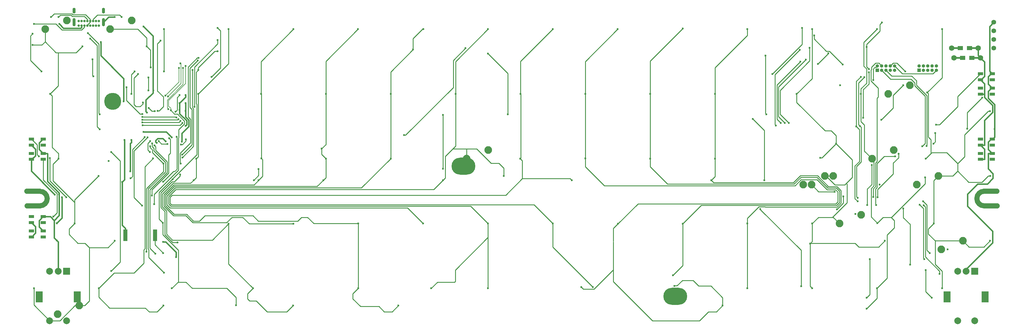
<source format=gbr>
G04 #@! TF.GenerationSoftware,KiCad,Pcbnew,(5.1.9-0-10_14)*
G04 #@! TF.CreationDate,2021-01-10T18:11:49+09:00*
G04 #@! TF.ProjectId,Jones,4a6f6e65-732e-46b6-9963-61645f706362,v.0.3.2*
G04 #@! TF.SameCoordinates,Original*
G04 #@! TF.FileFunction,Copper,L1,Top*
G04 #@! TF.FilePolarity,Positive*
%FSLAX46Y46*%
G04 Gerber Fmt 4.6, Leading zero omitted, Abs format (unit mm)*
G04 Created by KiCad (PCBNEW (5.1.9-0-10_14)) date 2021-01-10 18:11:49*
%MOMM*%
%LPD*%
G01*
G04 APERTURE LIST*
G04 #@! TA.AperFunction,EtchedComponent*
%ADD10C,1.500000*%
G04 #@! TD*
G04 #@! TA.AperFunction,ComponentPad*
%ADD11C,1.000000*%
G04 #@! TD*
G04 #@! TA.AperFunction,ComponentPad*
%ADD12O,7.000240X5.000000*%
G04 #@! TD*
G04 #@! TA.AperFunction,ComponentPad*
%ADD13C,5.000000*%
G04 #@! TD*
G04 #@! TA.AperFunction,ComponentPad*
%ADD14R,2.000000X2.000000*%
G04 #@! TD*
G04 #@! TA.AperFunction,ComponentPad*
%ADD15C,2.000000*%
G04 #@! TD*
G04 #@! TA.AperFunction,ComponentPad*
%ADD16R,2.000000X3.200000*%
G04 #@! TD*
G04 #@! TA.AperFunction,ComponentPad*
%ADD17C,1.397000*%
G04 #@! TD*
G04 #@! TA.AperFunction,SMDPad,CuDef*
%ADD18R,1.300000X3.400000*%
G04 #@! TD*
G04 #@! TA.AperFunction,ComponentPad*
%ADD19C,0.700000*%
G04 #@! TD*
G04 #@! TA.AperFunction,ComponentPad*
%ADD20O,0.900000X2.400000*%
G04 #@! TD*
G04 #@! TA.AperFunction,ComponentPad*
%ADD21O,0.900000X1.700000*%
G04 #@! TD*
G04 #@! TA.AperFunction,ComponentPad*
%ADD22C,2.250000*%
G04 #@! TD*
G04 #@! TA.AperFunction,ComponentPad*
%ADD23R,1.000000X1.000000*%
G04 #@! TD*
G04 #@! TA.AperFunction,ComponentPad*
%ADD24O,1.000000X1.000000*%
G04 #@! TD*
G04 #@! TA.AperFunction,SMDPad,CuDef*
%ADD25R,2.900000X0.500000*%
G04 #@! TD*
G04 #@! TA.AperFunction,SMDPad,CuDef*
%ADD26R,1.500000X1.200000*%
G04 #@! TD*
G04 #@! TA.AperFunction,ComponentPad*
%ADD27C,1.600000*%
G04 #@! TD*
G04 #@! TA.AperFunction,SMDPad,CuDef*
%ADD28R,1.600000X0.850000*%
G04 #@! TD*
G04 #@! TA.AperFunction,ViaPad*
%ADD29C,0.600000*%
G04 #@! TD*
G04 #@! TA.AperFunction,Conductor*
%ADD30C,0.254000*%
G04 #@! TD*
G04 #@! TA.AperFunction,Conductor*
%ADD31C,0.381000*%
G04 #@! TD*
G04 #@! TA.AperFunction,Conductor*
%ADD32C,0.200000*%
G04 #@! TD*
G04 APERTURE END LIST*
D10*
X28550000Y-79050000D02*
G75*
G03*
X26400000Y-76900000I-2150000J0D01*
G01*
X28550000Y-79050000D02*
G75*
G02*
X26400000Y-81200000I-2150000J0D01*
G01*
X301650000Y-79050000D02*
G75*
G02*
X303800000Y-76900000I2150000J0D01*
G01*
X301650000Y-79050000D02*
G75*
G03*
X303800000Y-81200000I2150000J0D01*
G01*
X22600000Y-76900000D02*
X26400000Y-76900000D01*
X22650000Y-81200000D02*
X26450000Y-81200000D01*
X307600000Y-81200000D02*
X303800000Y-81200000D01*
X307550000Y-76900000D02*
X303750000Y-76900000D01*
D11*
X24357965Y-81250000D03*
X24350000Y-76900000D03*
X27950000Y-77550000D03*
X26400000Y-81250000D03*
X26400000Y-76900000D03*
X28550000Y-79050000D03*
X152000000Y-71450000D03*
X149600000Y-71450000D03*
X150800000Y-71450000D03*
X149600000Y-67700000D03*
X152000000Y-67700000D03*
X150800000Y-67700000D03*
X214300000Y-109600000D03*
X211900000Y-109600000D03*
X211950000Y-105900000D03*
X214350000Y-105900000D03*
X213100000Y-109600000D03*
X213150000Y-105900000D03*
X49050000Y-51800000D03*
X46450000Y-51750000D03*
X49050000Y-49100000D03*
X46450000Y-49100000D03*
X47800000Y-52350000D03*
X49700000Y-50450000D03*
X45900000Y-50450000D03*
X47800000Y-48550000D03*
D12*
X213100000Y-107750000D03*
X150800000Y-69550000D03*
D13*
X47800000Y-50450000D03*
D11*
X27950000Y-80550000D03*
X302250000Y-77550000D03*
X301650000Y-79050000D03*
X303800000Y-81200000D03*
X303800000Y-76850000D03*
X302250000Y-80550000D03*
X305850000Y-81200000D03*
X305842035Y-76850000D03*
D14*
X300993580Y-100465550D03*
D15*
X298493580Y-100465550D03*
X295993580Y-100465550D03*
D16*
X304093580Y-107965550D03*
X292893580Y-107965550D03*
D15*
X300993580Y-114965550D03*
X295993580Y-114965550D03*
D17*
X306650000Y-34850040D03*
X306650000Y-32310040D03*
X306650000Y-29770040D03*
X306650000Y-27230040D03*
D18*
X51500000Y-89850040D03*
X60200000Y-89850040D03*
D14*
X34271347Y-100452828D03*
D15*
X31771347Y-100452828D03*
X29271347Y-100452828D03*
D16*
X37371347Y-107952828D03*
X26171347Y-107952828D03*
D15*
X34271347Y-114952828D03*
X29271347Y-114952828D03*
D19*
X37801552Y-28187233D03*
X38651552Y-28187233D03*
X39501552Y-28187233D03*
X40351552Y-28187233D03*
X41201552Y-28187233D03*
X42051552Y-28187233D03*
X42901552Y-28187233D03*
X43751552Y-28187233D03*
X38651552Y-26837233D03*
X40351552Y-26837233D03*
X39501552Y-26837233D03*
X37801552Y-26837233D03*
X42051552Y-26837233D03*
X42901552Y-26837233D03*
X43751552Y-26837233D03*
X41201552Y-26837233D03*
D20*
X36451552Y-27207233D03*
X45101552Y-27207233D03*
D21*
X36451552Y-23827233D03*
X45101552Y-23827233D03*
D22*
X259423480Y-72415240D03*
X253073480Y-74955240D03*
X291173640Y-94005320D03*
X297523640Y-91465320D03*
X290379860Y-72415240D03*
X284029860Y-74955240D03*
X261328520Y-86385320D03*
X267678520Y-83845320D03*
X37966300Y-110515400D03*
X31616300Y-113055400D03*
X151790560Y-67335240D03*
X158140560Y-64795240D03*
X277203560Y-64795240D03*
X270853560Y-67335240D03*
X257042220Y-72415240D03*
X250692220Y-74955240D03*
D23*
X272450000Y-41350000D03*
D24*
X272450000Y-40080000D03*
X273720000Y-41350000D03*
X273720000Y-40080000D03*
X274990000Y-41350000D03*
X274990000Y-40080000D03*
X276260000Y-41350000D03*
X276260000Y-40080000D03*
X277530000Y-41350000D03*
X277530000Y-40080000D03*
X289730000Y-40080000D03*
X289730000Y-41350000D03*
X288460000Y-40080000D03*
X288460000Y-41350000D03*
X287190000Y-40080000D03*
X287190000Y-41350000D03*
X285920000Y-40080000D03*
X285920000Y-41350000D03*
X284650000Y-40080000D03*
D23*
X284650000Y-41350000D03*
D25*
X296350000Y-37650040D03*
D26*
X297500000Y-37650040D03*
X300200000Y-37650040D03*
D25*
X301350000Y-37650040D03*
D27*
X294950000Y-37650040D03*
X302750000Y-37650040D03*
X302050000Y-34850040D03*
X294250000Y-34850040D03*
D25*
X300650000Y-34850040D03*
D26*
X299500000Y-34850040D03*
X296800000Y-34850040D03*
D25*
X295650000Y-34850040D03*
D22*
X47015000Y-29235040D03*
X53365000Y-26695040D03*
X27965040Y-29235080D03*
X34315040Y-26695080D03*
D28*
X23900000Y-61575040D03*
X23900000Y-63325040D03*
X27400000Y-61575040D03*
X27400000Y-63325040D03*
X27400000Y-67525040D03*
X27400000Y-65775040D03*
X23900000Y-67525040D03*
X23900000Y-65775040D03*
X23900000Y-84375040D03*
X23900000Y-86125040D03*
X27400000Y-84375040D03*
X27400000Y-86125040D03*
X27400000Y-90325040D03*
X27400000Y-88575040D03*
X23900000Y-90325040D03*
X23900000Y-88575040D03*
X306200000Y-44125040D03*
X306200000Y-42375040D03*
X302700000Y-44125040D03*
X302700000Y-42375040D03*
X302700000Y-46575040D03*
X302700000Y-48325040D03*
X306200000Y-46575040D03*
X306200000Y-48325040D03*
X302700000Y-61575040D03*
X302700000Y-63325040D03*
X306200000Y-61575040D03*
X306200000Y-63325040D03*
X306200000Y-67525040D03*
X306200000Y-65775040D03*
X302700000Y-67525040D03*
X302700000Y-65775040D03*
D22*
X275616080Y-48285160D03*
X281966080Y-45745160D03*
D29*
X261455480Y-45745160D03*
X259891781Y-77057535D03*
X265936340Y-83563660D03*
X273600000Y-55900000D03*
X280049999Y-45750000D03*
X273100000Y-74900000D03*
X53275000Y-61850040D03*
X59715858Y-47218139D03*
X302700000Y-48325040D03*
X56829893Y-59412788D03*
X69219790Y-50950040D03*
X69219790Y-53250040D03*
X56850000Y-28450040D03*
X57849194Y-53740487D03*
X63346440Y-62250040D03*
X32864421Y-78691995D03*
X60710006Y-62674675D03*
X52962579Y-71043563D03*
X68093775Y-62350397D03*
X65182379Y-61050509D03*
X23900000Y-86125040D03*
X31350000Y-86310040D03*
X30800000Y-77900000D03*
X51050000Y-50450040D03*
X51250000Y-61850040D03*
X51500000Y-89850040D03*
X50596751Y-74165870D03*
X67425005Y-53032418D03*
X67450000Y-50950040D03*
X69219790Y-48650040D03*
X306834211Y-58634251D03*
X62650000Y-91800040D03*
X66450000Y-96250040D03*
X69200000Y-57668944D03*
X31350000Y-91390040D03*
X44300000Y-33000000D03*
X48400000Y-25700000D03*
X32060411Y-77850325D03*
X32095647Y-27700017D03*
X46593860Y-67965870D03*
X53050000Y-73075040D03*
X57229526Y-60960393D03*
X67450000Y-48650040D03*
X66247796Y-53556544D03*
X69333065Y-61689564D03*
X63855862Y-63040216D03*
X61304307Y-62134346D03*
X67830210Y-63151186D03*
X27450000Y-63350000D03*
X23900000Y-65775040D03*
X293100000Y-94000000D03*
X43950000Y-54250034D03*
X29649996Y-25650040D03*
X40500000Y-30400000D03*
X43950000Y-58650040D03*
X31850000Y-25650040D03*
X41204374Y-31995626D03*
X24650000Y-27675040D03*
X50450000Y-25650040D03*
X58248538Y-47239292D03*
X60169267Y-53315683D03*
X41850000Y-38100040D03*
X163850000Y-54300040D03*
X58250000Y-43450040D03*
X58412007Y-52399830D03*
X76850000Y-43250040D03*
X78650000Y-28900040D03*
X42080201Y-43140633D03*
X158050000Y-36450040D03*
X269932775Y-41880594D03*
X268300000Y-55300000D03*
X51819790Y-46342652D03*
X144850000Y-54450038D03*
X56480144Y-54232013D03*
X144850000Y-70250040D03*
X260550000Y-82250040D03*
X59319790Y-78130054D03*
X262450000Y-78450044D03*
X64413872Y-61284058D03*
X270212729Y-96835493D03*
X269250000Y-108250040D03*
X60297536Y-95258758D03*
X60039314Y-63444678D03*
X288450000Y-108200040D03*
X286650000Y-100050040D03*
X59400000Y-62820044D03*
X62850002Y-100850040D03*
X151450000Y-34850040D03*
X253880210Y-31050040D03*
X133400002Y-60420040D03*
X262277201Y-39609052D03*
X60969945Y-53251920D03*
X239850000Y-54250044D03*
X61850000Y-32650040D03*
X271200002Y-44199998D03*
X239550000Y-37000000D03*
X278650000Y-65850040D03*
X285650000Y-63650040D03*
X71850000Y-52050040D03*
X78650000Y-32450040D03*
X239250000Y-73650040D03*
X235850000Y-55650040D03*
X272516153Y-78707445D03*
X287850000Y-95100040D03*
X285850000Y-79850040D03*
X271255742Y-78618820D03*
X67568903Y-71968943D03*
X66799996Y-92000000D03*
X90650000Y-70400040D03*
X89250000Y-73650040D03*
X277650000Y-66650040D03*
X282050000Y-98450040D03*
X250050000Y-104850040D03*
X238050000Y-82118583D03*
X280049998Y-81980052D03*
X272062820Y-80951883D03*
X286852394Y-63612681D03*
X55250000Y-42450040D03*
X26850000Y-41650040D03*
X24250000Y-30600040D03*
X56650000Y-50850040D03*
X250325760Y-28909639D03*
X273800004Y-27250040D03*
X269300000Y-34500000D03*
X269950000Y-41000000D03*
X241599996Y-42450000D03*
X36596340Y-86385320D03*
X48385080Y-91465320D03*
X43622500Y-72415200D03*
X24690040Y-105435400D03*
X29452500Y-48285120D03*
X31833820Y-67335240D03*
X24250000Y-33900040D03*
X38860000Y-34315040D03*
X43740120Y-105435400D03*
X62672640Y-110515400D03*
X59650000Y-67250040D03*
X58956290Y-40477244D03*
X57756290Y-34315040D03*
X71219790Y-41280250D03*
X68289664Y-66971646D03*
X62850000Y-29250040D03*
X84050000Y-110450040D03*
X65171460Y-105435400D03*
X62502378Y-86192990D03*
X53280210Y-48250040D03*
X78650000Y-35700040D03*
X54250000Y-41650040D03*
X72952974Y-41280250D03*
X62850000Y-41650040D03*
X65435256Y-73455996D03*
X81850000Y-29250040D03*
X72315000Y-67335200D03*
X81840000Y-86480250D03*
X88984060Y-105435400D03*
X71550000Y-73650040D03*
X72937421Y-48285120D03*
X100772800Y-110515400D03*
X91450000Y-67250040D03*
X90650000Y-73700040D03*
X91365000Y-48285120D03*
X100890000Y-29235040D03*
X100890000Y-86480250D03*
X119850000Y-29250040D03*
X110415000Y-48285120D03*
X109150000Y-64400040D03*
X110415000Y-67335200D03*
X119940000Y-86385280D03*
X119940440Y-105435400D03*
X131729180Y-110515400D03*
X109650000Y-73650040D03*
X139050000Y-29250040D03*
X129465000Y-48285120D03*
X129465000Y-67335200D03*
X138990000Y-86385280D03*
X136050000Y-35250036D03*
X148515560Y-48285120D03*
X158040600Y-29235080D03*
X162685560Y-72415240D03*
X144850000Y-73650040D03*
X158040600Y-86385280D03*
X158040600Y-105435400D03*
X141371780Y-105435400D03*
X167565640Y-48285160D03*
X177050000Y-29250040D03*
X177090680Y-86385280D03*
X167519790Y-67335200D03*
X188850000Y-105050040D03*
X182650000Y-73700040D03*
X196250000Y-86450040D03*
X212809580Y-104746800D03*
X226979580Y-110515400D03*
X186650000Y-67250040D03*
X186615720Y-48285160D03*
X196140760Y-29235040D03*
X185450000Y-105100040D03*
X215250000Y-86450040D03*
X215250000Y-29050040D03*
X205665800Y-48285160D03*
X205665800Y-67335240D03*
X212400000Y-101599994D03*
X234250000Y-29250040D03*
X224715880Y-48285160D03*
X224715880Y-67335240D03*
X234240920Y-86385320D03*
X234240920Y-105435400D03*
X223650000Y-73650040D03*
X260317220Y-62890200D03*
X253291000Y-86385320D03*
X253291000Y-105435360D03*
X255672256Y-67050040D03*
X274650000Y-91450040D03*
X252650000Y-92300040D03*
X248731631Y-48285160D03*
X253289840Y-29235040D03*
X272450000Y-86250040D03*
X272341080Y-105435360D03*
X267578560Y-48285160D03*
X286450000Y-72850040D03*
X269250000Y-111450040D03*
X272341080Y-29235080D03*
X289009900Y-86385320D03*
X286628640Y-67335240D03*
X305561160Y-72415240D03*
X291450000Y-29250040D03*
X291450000Y-105450040D03*
X305556290Y-91465320D03*
X305550000Y-53350000D03*
X287075000Y-47875000D03*
X60200000Y-89850040D03*
X62650000Y-95100040D03*
X27400000Y-90325040D03*
X34174961Y-78625041D03*
X26100000Y-66650000D03*
X29371494Y-67121494D03*
X302700000Y-61575038D03*
X23900000Y-88575040D03*
X27400000Y-86193710D03*
X306250000Y-44150040D03*
X302700000Y-46575040D03*
X306150000Y-63350040D03*
X302700000Y-65775040D03*
X56554175Y-56661827D03*
X242650000Y-57582085D03*
X67659170Y-56271916D03*
X249625001Y-35324999D03*
X56560345Y-57465015D03*
X246450000Y-56850040D03*
X68255205Y-56810331D03*
X252549998Y-34700000D03*
X58050000Y-61050040D03*
X56400000Y-81100000D03*
X266650000Y-79850040D03*
X286250000Y-96850040D03*
X266212553Y-57819830D03*
X284850000Y-80850040D03*
X267550000Y-43250000D03*
X266650000Y-78850040D03*
X267350000Y-57743750D03*
X286050004Y-81050040D03*
X268600000Y-43400000D03*
X280600000Y-41650000D03*
X290700000Y-101200000D03*
X62674101Y-68759631D03*
X73050002Y-37710452D03*
X58778903Y-63643560D03*
X67737426Y-68748053D03*
X57707211Y-94642791D03*
X58716380Y-65373433D03*
X47350000Y-65350040D03*
X72799336Y-38473549D03*
X58837128Y-62142708D03*
X68194637Y-66174075D03*
X47400000Y-100300000D03*
X56547121Y-55858646D03*
X245250000Y-56850040D03*
X67092987Y-55702192D03*
X251400000Y-38200000D03*
X56510644Y-55056263D03*
X244050000Y-56819830D03*
X66475757Y-55188211D03*
X249800000Y-38800000D03*
X63270000Y-48800040D03*
X67250000Y-40650040D03*
X64089024Y-48999064D03*
X67707575Y-39301213D03*
X66569790Y-60850040D03*
X62630085Y-74078662D03*
X270794837Y-69217760D03*
X269450001Y-80951883D03*
X288900000Y-62900000D03*
X289450000Y-59800000D03*
X289687529Y-57300009D03*
X23900000Y-84375040D03*
X30390528Y-84309472D03*
X64160000Y-52720040D03*
X68456412Y-40638065D03*
X254950000Y-39504995D03*
X258000000Y-36333534D03*
X64852265Y-53127370D03*
X69250000Y-40019830D03*
X60000000Y-80700002D03*
X306200000Y-67525040D03*
X306200000Y-48325040D03*
X298850000Y-58543750D03*
X303193283Y-49363313D03*
D30*
X253073480Y-74955240D02*
X255175775Y-77057535D01*
X255175775Y-77057535D02*
X259891781Y-77057535D01*
X277101979Y-52398021D02*
X277101979Y-48698020D01*
X273600000Y-55900000D02*
X277101979Y-52398021D01*
X277101979Y-48698020D02*
X280049999Y-45750000D01*
D31*
X303893701Y-45318741D02*
X302700000Y-44125040D01*
X303893701Y-48312339D02*
X303893701Y-45318741D01*
X303881000Y-48325040D02*
X303893701Y-48312339D01*
X303893701Y-67512339D02*
X303881000Y-67525040D01*
X303881000Y-67525040D02*
X302700000Y-67525040D01*
X303893701Y-64518741D02*
X303893701Y-67512339D01*
X302700000Y-63325040D02*
X303893701Y-64518741D01*
X302700000Y-48325040D02*
X303881000Y-48325040D01*
X69219790Y-53250040D02*
X69219790Y-50950040D01*
X302050000Y-36950040D02*
X302750000Y-37650040D01*
X302050000Y-34850040D02*
X302050000Y-36950040D01*
X56850000Y-28450040D02*
X59650000Y-31250040D01*
X59650000Y-31250040D02*
X59650000Y-47977798D01*
X57549195Y-53440488D02*
X57849194Y-53740487D01*
X57549195Y-50078603D02*
X57549195Y-53440488D01*
X59650000Y-47977798D02*
X57549195Y-50078603D01*
X63346440Y-62250040D02*
X62522046Y-61425646D01*
X60410007Y-62001970D02*
X60410007Y-62374676D01*
X60986331Y-61425646D02*
X60410007Y-62001970D01*
X60410007Y-62374676D02*
X60710006Y-62674675D01*
X62522046Y-61425646D02*
X60986331Y-61425646D01*
X53275000Y-62550040D02*
X52962579Y-62862461D01*
X52962579Y-62862461D02*
X52962579Y-71043563D01*
X53275000Y-61850040D02*
X53275000Y-62550040D01*
X70104922Y-57831474D02*
X70104922Y-55942327D01*
X68093775Y-62350397D02*
X68093775Y-59842621D01*
X69219790Y-55057195D02*
X69219790Y-53250040D01*
X68093775Y-59842621D02*
X70104922Y-57831474D01*
X70104922Y-55942327D02*
X69219790Y-55057195D01*
X56829893Y-59412788D02*
X63544658Y-59412788D01*
X63544658Y-59412788D02*
X65182379Y-61050509D01*
X31350000Y-86350040D02*
X31350000Y-86310040D01*
X32864421Y-84795619D02*
X31350000Y-86310040D01*
X32864421Y-78691995D02*
X32864421Y-84795619D01*
X302700000Y-44100000D02*
X302700000Y-44125040D01*
X302908702Y-44100000D02*
X302700000Y-44100000D01*
X303893701Y-43115001D02*
X302908702Y-44100000D01*
X303893701Y-38893741D02*
X303893701Y-43115001D01*
X302750000Y-37750040D02*
X303893701Y-38893741D01*
X302750000Y-37650040D02*
X302750000Y-37750040D01*
X303893701Y-63312339D02*
X303881000Y-63325040D01*
X306243701Y-53682977D02*
X303893701Y-56032977D01*
X303881000Y-49272322D02*
X306243701Y-51635023D01*
X306243701Y-51635023D02*
X306243701Y-53682977D01*
X303881000Y-48325040D02*
X303881000Y-49272322D01*
X303893701Y-56032977D02*
X303893701Y-63312339D01*
X303881000Y-63325040D02*
X302700000Y-63325040D01*
X24024960Y-67525040D02*
X23900000Y-67525040D01*
X25093701Y-64543701D02*
X25093701Y-66456299D01*
X25093701Y-66456299D02*
X24024960Y-67525040D01*
X23900000Y-63350000D02*
X25093701Y-64543701D01*
X23900000Y-63325040D02*
X23900000Y-63350000D01*
X23968661Y-90325040D02*
X23900000Y-90325040D01*
X25093701Y-87318741D02*
X25093701Y-89200000D01*
X25093701Y-89200000D02*
X23968661Y-90325040D01*
X23900000Y-86125040D02*
X25093701Y-87318741D01*
X23900000Y-67525040D02*
X23900000Y-71000000D01*
X23900000Y-71000000D02*
X30800000Y-77900000D01*
X305006299Y-64581339D02*
X306200000Y-65775040D01*
X306200000Y-61575040D02*
X305825000Y-61575040D01*
X305825000Y-61575040D02*
X305006299Y-62393741D01*
X305006299Y-62393741D02*
X305006299Y-64581339D01*
X51250000Y-73512621D02*
X50596751Y-74165870D01*
X51500000Y-89850040D02*
X51500000Y-87769040D01*
X50596751Y-86865791D02*
X50596751Y-74165870D01*
X51250000Y-61850040D02*
X51250000Y-73512621D01*
X51500000Y-87769040D02*
X50596751Y-86865791D01*
X305006299Y-45381339D02*
X306200000Y-46575040D01*
X305006299Y-43193741D02*
X305006299Y-45381339D01*
X305825000Y-42375040D02*
X305006299Y-43193741D01*
X306200000Y-42375040D02*
X305825000Y-42375040D01*
X67425005Y-50975035D02*
X67450000Y-50950040D01*
X67425005Y-53032418D02*
X67425005Y-50975035D01*
X67450000Y-50950040D02*
X69219790Y-49180250D01*
X69219790Y-49180250D02*
X69219790Y-48650040D01*
X305450000Y-41625040D02*
X306200000Y-42375040D01*
X305450000Y-28430040D02*
X305450000Y-41625040D01*
X306650000Y-27230040D02*
X305450000Y-28430040D01*
X62650000Y-91800040D02*
X63400000Y-91800040D01*
X63400000Y-91800040D02*
X66250000Y-94650040D01*
X66250000Y-94650040D02*
X66450000Y-94850040D01*
X66450000Y-94850040D02*
X66450000Y-96250040D01*
X69520711Y-57348233D02*
X69200000Y-57668944D01*
X67425005Y-54088609D02*
X69520711Y-56184315D01*
X67425005Y-53032418D02*
X67425005Y-54088609D01*
X69520711Y-56184315D02*
X69520711Y-57348233D01*
X31350000Y-91390040D02*
X30600000Y-90640040D01*
X30600000Y-90640040D02*
X30600000Y-85500000D01*
X305937558Y-46575040D02*
X306200000Y-46575040D01*
X305006299Y-47506299D02*
X305937558Y-46575040D01*
X306834211Y-60940829D02*
X306834211Y-51399334D01*
X305006299Y-49571422D02*
X305006299Y-47506299D01*
X306834211Y-51399334D02*
X305006299Y-49571422D01*
X306200000Y-61575040D02*
X306834211Y-60940829D01*
X306250000Y-92050040D02*
X298493580Y-99806460D01*
X306250000Y-88657742D02*
X306250000Y-92050040D01*
X298901641Y-81309383D02*
X306250000Y-88657742D01*
X304733888Y-74766152D02*
X301833888Y-74766152D01*
X306400000Y-73100040D02*
X304733888Y-74766152D01*
X298493580Y-99806460D02*
X298493580Y-100465550D01*
X306400000Y-71700040D02*
X306400000Y-73100040D01*
X306200000Y-65775040D02*
X305019000Y-65775040D01*
X305006299Y-70306339D02*
X306400000Y-71700040D01*
X305006299Y-65787741D02*
X305006299Y-70306339D01*
X298901641Y-77698400D02*
X298901641Y-81309383D01*
X301833888Y-74766152D02*
X298901641Y-77698400D01*
X305019000Y-65775040D02*
X305006299Y-65787741D01*
X51050000Y-43786436D02*
X51050000Y-50450040D01*
X44300000Y-37036436D02*
X51050000Y-43786436D01*
X44300000Y-33000000D02*
X44300000Y-37036436D01*
X46608785Y-25700000D02*
X45101552Y-27207233D01*
X48400000Y-25700000D02*
X46608785Y-25700000D01*
X26206299Y-64581339D02*
X27400000Y-65775040D01*
X27324960Y-61575040D02*
X26206299Y-62693701D01*
X26206299Y-62693701D02*
X26206299Y-64581339D01*
X27400000Y-61575040D02*
X27324960Y-61575040D01*
X26206299Y-87381339D02*
X27400000Y-88575040D01*
X26206299Y-85493701D02*
X26206299Y-87381339D01*
X27324960Y-84375040D02*
X26206299Y-85493701D01*
X27400000Y-84375040D02*
X27324960Y-84375040D01*
X27400000Y-84375040D02*
X29475040Y-84375040D01*
X29475040Y-84375040D02*
X30600000Y-85500000D01*
X28677793Y-65871833D02*
X28677793Y-74043443D01*
X28581000Y-65775040D02*
X28677793Y-65871833D01*
X32060411Y-84039589D02*
X32060411Y-78274589D01*
X32060411Y-78274589D02*
X32060411Y-77850325D01*
X30600000Y-85500000D02*
X32060411Y-84039589D01*
X28677793Y-74043443D02*
X32060411Y-77426061D01*
X27400000Y-65775040D02*
X28581000Y-65775040D01*
X32060411Y-77426061D02*
X32060411Y-77850325D01*
X31771347Y-91811387D02*
X31771347Y-100452828D01*
X31350000Y-91390040D02*
X31771347Y-91811387D01*
X33326564Y-28930934D02*
X32095647Y-27700017D01*
X38402825Y-28930934D02*
X33326564Y-28930934D01*
X38651552Y-28682207D02*
X38402825Y-28930934D01*
X38651552Y-28187233D02*
X38651552Y-28682207D01*
D30*
X53050000Y-73075040D02*
X53592789Y-72532251D01*
X53592789Y-64597130D02*
X57229526Y-60960393D01*
X53592789Y-72532251D02*
X53592789Y-64597130D01*
X66750001Y-53054339D02*
X66247796Y-53556544D01*
X67450000Y-48650040D02*
X66750001Y-49350039D01*
X66750001Y-49350039D02*
X66750001Y-53054339D01*
X63780645Y-62964999D02*
X63855862Y-63040216D01*
X61304307Y-62134346D02*
X62134960Y-62964999D01*
X62134960Y-62964999D02*
X63780645Y-62964999D01*
X68295707Y-63151186D02*
X67830210Y-63151186D01*
X69333065Y-62113828D02*
X68295707Y-63151186D01*
X69333065Y-61689564D02*
X69333065Y-62113828D01*
X27425040Y-63325040D02*
X27450000Y-63350000D01*
X27400000Y-63325040D02*
X27425040Y-63325040D01*
X40351552Y-28030535D02*
X40351552Y-28187233D01*
X41201552Y-27180535D02*
X40351552Y-28030535D01*
X41201552Y-26837233D02*
X41201552Y-27180535D01*
X43707212Y-33607212D02*
X40500000Y-30400000D01*
X43707212Y-54007246D02*
X43707212Y-33607212D01*
X43950000Y-54250034D02*
X43707212Y-54007246D01*
X36128379Y-25007443D02*
X35820936Y-24700000D01*
X39866736Y-25007443D02*
X36128379Y-25007443D01*
X35820936Y-24700000D02*
X30600036Y-24700000D01*
X41201552Y-26342259D02*
X39866736Y-25007443D01*
X41201552Y-26837233D02*
X41201552Y-26342259D01*
X30600036Y-24700000D02*
X29649996Y-25650040D01*
X43250001Y-34041253D02*
X41204374Y-31995626D01*
X43250001Y-57950041D02*
X43250001Y-34041253D01*
X43950000Y-58650040D02*
X43250001Y-57950041D01*
X40351552Y-26837233D02*
X40351552Y-26342259D01*
X32342829Y-25157211D02*
X31850000Y-25650040D01*
X40351552Y-26342259D02*
X39473947Y-25464654D01*
X35631554Y-25157211D02*
X32342829Y-25157211D01*
X39473947Y-25464654D02*
X35938997Y-25464654D01*
X35938997Y-25464654D02*
X35631554Y-25157211D01*
X39501552Y-28187233D02*
X39501552Y-28598448D01*
X32891275Y-29451645D02*
X31139630Y-27700000D01*
X38648354Y-29451645D02*
X32891275Y-29451645D01*
X39501552Y-28598448D02*
X38648354Y-29451645D01*
X24674960Y-27700000D02*
X24650000Y-27675040D01*
X31139630Y-27700000D02*
X24674960Y-27700000D01*
X49850000Y-25050040D02*
X50450000Y-25650040D01*
X43343771Y-25050040D02*
X49850000Y-25050040D01*
X42051552Y-26837233D02*
X42051552Y-26342259D01*
X42051552Y-26342259D02*
X43343771Y-25050040D01*
X58248538Y-47239292D02*
X58248538Y-43451502D01*
X58248538Y-43451502D02*
X58250000Y-43450040D01*
X59327860Y-53315683D02*
X58412007Y-52399830D01*
X60169267Y-53315683D02*
X59327860Y-53315683D01*
X76850000Y-43250040D02*
X79450000Y-40650040D01*
X79450000Y-29700040D02*
X78650000Y-28900040D01*
X79450000Y-40650040D02*
X79450000Y-29700040D01*
X41850000Y-38100040D02*
X41850000Y-42910432D01*
X41850000Y-42910432D02*
X42080201Y-43140633D01*
X163850000Y-54300040D02*
X163850000Y-42250040D01*
X163850000Y-42250040D02*
X158050000Y-36450040D01*
X268300000Y-47024304D02*
X268300000Y-55300000D01*
X269932775Y-45391529D02*
X268300000Y-47024304D01*
X269932775Y-41880594D02*
X269932775Y-45391529D01*
X55867703Y-54232013D02*
X56480144Y-54232013D01*
X51819790Y-46342652D02*
X51819790Y-50184100D01*
X51819790Y-50184100D02*
X55867703Y-54232013D01*
X144850000Y-54450038D02*
X144850000Y-70250040D01*
X144850000Y-70250040D02*
X144850000Y-70250044D01*
X260550000Y-82250040D02*
X262450000Y-80350040D01*
X262450000Y-80350040D02*
X262450000Y-78450044D01*
X64759999Y-61630185D02*
X64413872Y-61284058D01*
X59319790Y-76456259D02*
X64218724Y-71557325D01*
X64218724Y-66234724D02*
X64759999Y-65693449D01*
X64759999Y-65693449D02*
X64759999Y-61630185D01*
X59319790Y-78130054D02*
X59319790Y-76456259D01*
X64218724Y-71557325D02*
X64218724Y-66234724D01*
X270212729Y-107287311D02*
X269250000Y-108250040D01*
X270212729Y-96835493D02*
X270212729Y-107287311D01*
X63761513Y-71367943D02*
X63761513Y-68267752D01*
X60297536Y-95258758D02*
X58689589Y-93650811D01*
X58689589Y-93650811D02*
X58689589Y-76439867D01*
X58689589Y-76439867D02*
X63761513Y-71367943D01*
X63761513Y-68267752D02*
X60393005Y-64899244D01*
X60393005Y-64899244D02*
X60393005Y-63798369D01*
X60393005Y-63798369D02*
X60039314Y-63444678D01*
X286650000Y-106400040D02*
X286650000Y-100050040D01*
X288450000Y-108200040D02*
X286650000Y-106400040D01*
X58337413Y-96337451D02*
X62850002Y-100850040D01*
X59400000Y-62820044D02*
X59409113Y-62829157D01*
X59409113Y-62829157D02*
X59409113Y-63747175D01*
X59907211Y-65060043D02*
X63304302Y-68457134D01*
X59907211Y-64245273D02*
X59907211Y-65060043D01*
X63304302Y-71178561D02*
X58232378Y-76250485D01*
X58232378Y-93885254D02*
X58337413Y-93990289D01*
X59409113Y-63747175D02*
X59907211Y-64245273D01*
X63304302Y-68457134D02*
X63304302Y-71178561D01*
X58232378Y-76250485D02*
X58232378Y-93885254D01*
X58337413Y-93990289D02*
X58337413Y-96337451D01*
X147850000Y-46394306D02*
X133824266Y-60420040D01*
X151450000Y-34850040D02*
X147850000Y-38450040D01*
X147850000Y-38450040D02*
X147850000Y-46394306D01*
X133824266Y-60420040D02*
X133400002Y-60420040D01*
X257453333Y-35703333D02*
X258371482Y-35703333D01*
X253880210Y-31050040D02*
X253880210Y-32130210D01*
X253880210Y-32130210D02*
X257453333Y-35703333D01*
X258371482Y-35703333D02*
X262277201Y-39609052D01*
X61394209Y-53251920D02*
X62674101Y-51972028D01*
X62674101Y-49136839D02*
X60950001Y-47412739D01*
X62674101Y-51972028D02*
X62674101Y-49136839D01*
X60969945Y-53251920D02*
X61394209Y-53251920D01*
X60950001Y-47412739D02*
X60950001Y-33550039D01*
X60950001Y-33550039D02*
X61850000Y-32650040D01*
X271685839Y-40519799D02*
X272010201Y-40519799D01*
X272010201Y-40519799D02*
X272450000Y-40080000D01*
X271200002Y-41005636D02*
X271685839Y-40519799D01*
X271200002Y-44199998D02*
X271200002Y-41005636D01*
X239850000Y-54250044D02*
X239550000Y-53950044D01*
X239550000Y-53950044D02*
X239550000Y-37000000D01*
X239250000Y-73650040D02*
X239250000Y-59050040D01*
X239250000Y-59050040D02*
X235850000Y-55650040D01*
X78650000Y-33555585D02*
X78650000Y-32450040D01*
X71850000Y-52050040D02*
X71850000Y-40355585D01*
X71850000Y-40355585D02*
X78650000Y-33555585D01*
X272516153Y-76383847D02*
X272516153Y-78707445D01*
X277101979Y-68598061D02*
X277101979Y-71798021D01*
X278650000Y-67050040D02*
X277101979Y-68598061D01*
X277101979Y-71798021D02*
X272516153Y-76383847D01*
X278650000Y-65850040D02*
X278650000Y-67050040D01*
X283421281Y-45921281D02*
X283421281Y-45046663D01*
X276284959Y-43914959D02*
X273720000Y-41350000D01*
X286480330Y-48980330D02*
X283421281Y-45921281D01*
X282289577Y-43914959D02*
X276284959Y-43914959D01*
X283421281Y-45046663D02*
X282289577Y-43914959D01*
X285650000Y-63650040D02*
X286480330Y-62819710D01*
X286480330Y-62819710D02*
X286480330Y-48980330D01*
X287850000Y-95100040D02*
X286971228Y-94221268D01*
X286971228Y-94221268D02*
X286971228Y-80971268D01*
X286971228Y-80971268D02*
X285850000Y-79850040D01*
X65439429Y-92000000D02*
X66799996Y-92000000D01*
X63132588Y-89693159D02*
X65439429Y-92000000D01*
X63132588Y-82886036D02*
X63132588Y-89693159D01*
X65251646Y-74086198D02*
X61907211Y-77430633D01*
X65875912Y-74086198D02*
X65251646Y-74086198D01*
X67568903Y-72393207D02*
X65875912Y-74086198D01*
X61907211Y-77430633D02*
X61907211Y-81660659D01*
X61907211Y-81660659D02*
X63132588Y-82886036D01*
X67568903Y-71968943D02*
X67568903Y-72393207D01*
X272889799Y-39249799D02*
X273720000Y-40080000D01*
X271900201Y-39249799D02*
X272889799Y-39249799D01*
X270742791Y-40407209D02*
X271900201Y-39249799D01*
X270569798Y-44502496D02*
X270569798Y-41212902D01*
X272683761Y-49163657D02*
X272683761Y-46616459D01*
X272308761Y-49538657D02*
X272683761Y-49163657D01*
X272683761Y-46616459D02*
X270569798Y-44502496D01*
X272308761Y-68143777D02*
X272308761Y-49538657D01*
X270569798Y-41212902D02*
X270742791Y-41039909D01*
X271882248Y-68570289D02*
X272308761Y-68143777D01*
X271255742Y-76121085D02*
X271882248Y-75494579D01*
X270742791Y-41039909D02*
X270742791Y-40407209D01*
X271882248Y-75494579D02*
X271882248Y-68570289D01*
X271255742Y-78618820D02*
X271255742Y-76121085D01*
X90650000Y-72250040D02*
X89250000Y-73650040D01*
X90650000Y-70400040D02*
X90650000Y-72250040D01*
X238050000Y-82274304D02*
X238050000Y-82118583D01*
X250050000Y-94274304D02*
X238050000Y-82274304D01*
X250050000Y-104850040D02*
X250050000Y-94274304D01*
X282050000Y-98450040D02*
X282050000Y-86637938D01*
X282050000Y-86637938D02*
X280049998Y-84637936D01*
X280049998Y-84637936D02*
X280049998Y-81980052D01*
X271885952Y-76214088D02*
X271885952Y-80775015D01*
X271885952Y-80775015D02*
X272062820Y-80951883D01*
X277650000Y-66650040D02*
X274449090Y-66650040D01*
X272339459Y-75760581D02*
X271885952Y-76214088D01*
X272339459Y-68759671D02*
X272339459Y-75760581D01*
X274449090Y-66650040D02*
X272339459Y-68759671D01*
X274990000Y-41350000D02*
X276620200Y-42980200D01*
X276620200Y-42980200D02*
X282520160Y-42980200D01*
X282520160Y-42980200D02*
X283900000Y-44360040D01*
X283900000Y-45753408D02*
X286957211Y-48810619D01*
X286957211Y-48810619D02*
X286957211Y-63507864D01*
X283900000Y-44360040D02*
X283900000Y-45753408D01*
X286957211Y-63507864D02*
X286852394Y-63612681D01*
X26850000Y-41650040D02*
X23619798Y-38419838D01*
X23619798Y-38419838D02*
X23619798Y-31230242D01*
X23619798Y-31230242D02*
X24250000Y-30600040D01*
X56650000Y-51228818D02*
X56650000Y-50850040D01*
X55848497Y-52030321D02*
X56650000Y-51228818D01*
X54064799Y-51403617D02*
X54691503Y-52030321D01*
X54691503Y-52030321D02*
X55848497Y-52030321D01*
X54064799Y-43635241D02*
X54064799Y-51403617D01*
X55250000Y-42450040D02*
X54064799Y-43635241D01*
X269300000Y-33700000D02*
X273200000Y-29800000D01*
X273200000Y-27850044D02*
X273800004Y-27250040D01*
X273200000Y-29800000D02*
X273200000Y-27850044D01*
X269300000Y-34500000D02*
X269300000Y-33700000D01*
X269300000Y-38700000D02*
X269300000Y-34500000D01*
X269300000Y-38700000D02*
X269300000Y-40350000D01*
X269300000Y-40350000D02*
X269950000Y-41000000D01*
X250325760Y-28909639D02*
X250325760Y-33724236D01*
X250325760Y-33724236D02*
X241599996Y-42450000D01*
X36596340Y-79441360D02*
X43622500Y-72415200D01*
X36596340Y-86385320D02*
X36596340Y-79441360D01*
X40913498Y-93450040D02*
X46400360Y-93450040D01*
X36596340Y-86385320D02*
X35014879Y-87966781D01*
X35014879Y-87966781D02*
X35014879Y-89614919D01*
X39638577Y-92175119D02*
X40913498Y-93450040D01*
X46400360Y-93450040D02*
X48385080Y-91465320D01*
X35014879Y-89614919D02*
X37575079Y-92175119D01*
X37575079Y-92175119D02*
X39638577Y-92175119D01*
X36740077Y-110515400D02*
X37966300Y-110515400D01*
X32302649Y-114952828D02*
X36740077Y-110515400D01*
X29271347Y-114952828D02*
X32302649Y-114952828D01*
X39557290Y-110515400D02*
X40913498Y-109159192D01*
X40913498Y-109159192D02*
X40913498Y-93450040D01*
X37966300Y-110515400D02*
X39557290Y-110515400D01*
X24690040Y-110371521D02*
X24690040Y-105435400D01*
X29271347Y-114952828D02*
X24690040Y-110371521D01*
X27965040Y-29235080D02*
X27965040Y-32288778D01*
X37029799Y-36145241D02*
X38860000Y-34315040D01*
X31821503Y-36145241D02*
X37029799Y-36145241D01*
X31821503Y-45916117D02*
X31821503Y-36145241D01*
X29452500Y-48285120D02*
X31821503Y-45916117D01*
X27000000Y-33900040D02*
X24250000Y-33900040D01*
X27965040Y-32935000D02*
X27000000Y-33900040D01*
X27965040Y-32288778D02*
X27965040Y-32935000D01*
X31145201Y-36145241D02*
X31821503Y-36145241D01*
X27965040Y-32965080D02*
X31145201Y-36145241D01*
X27965040Y-32288778D02*
X27965040Y-32965080D01*
X30050000Y-64047420D02*
X30050000Y-48882620D01*
X30050000Y-48882620D02*
X29452500Y-48285120D01*
X31833820Y-65831240D02*
X30050000Y-64047420D01*
X31833820Y-67335240D02*
X31833820Y-65831240D01*
X36596340Y-80303700D02*
X36596340Y-80155168D01*
X36596340Y-80155168D02*
X30252299Y-73811127D01*
X30252299Y-68916761D02*
X31833820Y-67335240D01*
X30252299Y-73811127D02*
X30252299Y-68916761D01*
X60842439Y-112345601D02*
X62672640Y-110515400D01*
X58519143Y-112345601D02*
X60842439Y-112345601D01*
X57398741Y-111225199D02*
X58519143Y-112345601D01*
X46883461Y-111225199D02*
X57398741Y-111225199D01*
X43740120Y-108081858D02*
X46883461Y-111225199D01*
X43740120Y-105435400D02*
X43740120Y-108081858D01*
X57756290Y-31842632D02*
X57756290Y-34315040D01*
X55148698Y-29235040D02*
X57756290Y-31842632D01*
X47015000Y-29235040D02*
X55148698Y-29235040D01*
X58850000Y-40370954D02*
X58850000Y-35408750D01*
X58850000Y-35408750D02*
X57756290Y-34315040D01*
X58956290Y-40477244D02*
X58850000Y-40370954D01*
X71540051Y-52672789D02*
X71540051Y-63721259D01*
X71540051Y-63721259D02*
X68289664Y-66971646D01*
X71219790Y-52352528D02*
X71540051Y-52672789D01*
X71219790Y-41280250D02*
X71219790Y-52352528D01*
X57250000Y-69650040D02*
X59650000Y-67250040D01*
X56969798Y-94097502D02*
X57250000Y-93817300D01*
X57250000Y-93817300D02*
X57250000Y-69650040D01*
X56969798Y-98030202D02*
X56969798Y-94097502D01*
X54050000Y-100950000D02*
X56969798Y-98030202D01*
X48225520Y-100950000D02*
X54050000Y-100950000D01*
X43740120Y-105435400D02*
X48225520Y-100950000D01*
X69324957Y-103605199D02*
X67001661Y-103605199D01*
X67001661Y-103605199D02*
X65171460Y-105435400D01*
X81342678Y-105435400D02*
X71155158Y-105435400D01*
X71155158Y-105435400D02*
X69324957Y-103605199D01*
X84050000Y-108142722D02*
X81342678Y-105435400D01*
X84050000Y-110450040D02*
X84050000Y-108142722D01*
X77796000Y-35700040D02*
X72952974Y-40543066D01*
X78650000Y-35700040D02*
X77796000Y-35700040D01*
X72952974Y-40543066D02*
X72952974Y-41280250D01*
X62850000Y-29250040D02*
X62850000Y-41650040D01*
X53280210Y-42619830D02*
X54250000Y-41650040D01*
X53280210Y-48250040D02*
X53280210Y-42619830D01*
X67080202Y-94287366D02*
X62502378Y-89709542D01*
X67001661Y-103605199D02*
X67080202Y-103526658D01*
X67080202Y-103526658D02*
X67080202Y-94287366D01*
X62502378Y-89709542D02*
X62502378Y-86192990D01*
X62502378Y-86192990D02*
X61450000Y-85140612D01*
X72307211Y-51167472D02*
X72480201Y-51340462D01*
X61450000Y-85140612D02*
X61450000Y-77241252D01*
X72307211Y-41926013D02*
X72307211Y-51167472D01*
X72480201Y-51340462D02*
X72480201Y-66166391D01*
X72952974Y-41280250D02*
X72307211Y-41926013D01*
X65435256Y-73211336D02*
X65435256Y-73455996D01*
X65235256Y-73455996D02*
X65435256Y-73455996D01*
X61450000Y-77241252D02*
X65235256Y-73455996D01*
X72480201Y-66166391D02*
X65435256Y-73211336D01*
X81840000Y-98291340D02*
X81840000Y-86480250D01*
X88984060Y-105435400D02*
X81840000Y-98291340D01*
X72315000Y-72885040D02*
X71550000Y-73650040D01*
X72315000Y-67335200D02*
X72315000Y-72885040D01*
X72937421Y-66712779D02*
X72937421Y-48285120D01*
X81850000Y-39372541D02*
X72937421Y-48285120D01*
X72315000Y-67335200D02*
X72937421Y-66712779D01*
X81850000Y-29250040D02*
X81850000Y-39372541D01*
X65556631Y-74543409D02*
X70656631Y-74543409D01*
X62364422Y-81471276D02*
X62364422Y-77735618D01*
X81840000Y-86480250D02*
X77070869Y-91249381D01*
X63589799Y-82696653D02*
X62364422Y-81471276D01*
X63589799Y-89503777D02*
X63589799Y-82696653D01*
X70656631Y-74543409D02*
X71550000Y-73650040D01*
X65335403Y-91249381D02*
X63589799Y-89503777D01*
X62364422Y-77735618D02*
X65556631Y-74543409D01*
X77070869Y-91249381D02*
X65335403Y-91249381D01*
X87402599Y-107016861D02*
X88984060Y-105435400D01*
X87402599Y-108553897D02*
X87402599Y-107016861D01*
X89981699Y-109180601D02*
X88029303Y-109180601D01*
X88029303Y-109180601D02*
X87402599Y-108553897D01*
X98942599Y-112345601D02*
X93146699Y-112345601D01*
X93146699Y-112345601D02*
X89981699Y-109180601D01*
X100772800Y-110515400D02*
X98942599Y-112345601D01*
X91450000Y-48370120D02*
X91365000Y-48285120D01*
X91450000Y-67250040D02*
X91450000Y-48370120D01*
X91365000Y-38760040D02*
X100890000Y-29235040D01*
X91365000Y-48285120D02*
X91365000Y-38760040D01*
X91850000Y-67650040D02*
X91850000Y-72500040D01*
X91850000Y-72500040D02*
X90650000Y-73700040D01*
X91450000Y-67250040D02*
X91850000Y-67650040D01*
X69307211Y-84107251D02*
X71332652Y-86132692D01*
X87918668Y-86480250D02*
X100890000Y-86480250D01*
X85993497Y-84555079D02*
X87918668Y-86480250D01*
X82832473Y-84555079D02*
X85993497Y-84555079D01*
X71332652Y-86132692D02*
X81254860Y-86132692D01*
X89349420Y-75000620D02*
X65746012Y-75000620D01*
X62821633Y-81281895D02*
X65646990Y-84107251D01*
X81254860Y-86132692D02*
X82832473Y-84555079D01*
X65746012Y-75000620D02*
X62821633Y-77924999D01*
X90650000Y-73700040D02*
X89349420Y-75000620D01*
X65646990Y-84107251D02*
X69307211Y-84107251D01*
X62821633Y-77924999D02*
X62821633Y-81281895D01*
X110415000Y-38685040D02*
X110415000Y-48285120D01*
X119850000Y-29250040D02*
X110415000Y-38685040D01*
X110415000Y-63135040D02*
X109150000Y-64400040D01*
X110415000Y-48285120D02*
X110415000Y-63135040D01*
X109150000Y-66070200D02*
X110415000Y-67335200D01*
X109150000Y-64400040D02*
X109150000Y-66070200D01*
X119940000Y-105434960D02*
X119940440Y-105435400D01*
X119940000Y-86385280D02*
X119940000Y-105434960D01*
X110415000Y-72885040D02*
X109650000Y-73650040D01*
X110415000Y-67335200D02*
X110415000Y-72885040D01*
X120573070Y-110767988D02*
X125998070Y-110767988D01*
X125998070Y-110767988D02*
X127575683Y-112345601D01*
X119940440Y-105435400D02*
X118358979Y-107016861D01*
X118358979Y-108553897D02*
X120573070Y-110767988D01*
X118358979Y-107016861D02*
X118358979Y-108553897D01*
X127575683Y-112345601D02*
X129898979Y-112345601D01*
X129898979Y-112345601D02*
X131729180Y-110515400D01*
X102166101Y-85675481D02*
X103286503Y-84555079D01*
X73293497Y-85675481D02*
X74871110Y-84097868D01*
X107842209Y-75457831D02*
X65935393Y-75457831D01*
X65935393Y-75457831D02*
X63278844Y-78114380D01*
X74871110Y-84097868D02*
X89008890Y-84097868D01*
X90586503Y-85675481D02*
X102166101Y-85675481D01*
X69511062Y-83650040D02*
X71536503Y-85675481D01*
X89008890Y-84097868D02*
X90586503Y-85675481D01*
X103286503Y-84555079D02*
X105043497Y-84555079D01*
X105043497Y-84555079D02*
X106873698Y-86385280D01*
X65836372Y-83650040D02*
X69511062Y-83650040D01*
X63278844Y-81092512D02*
X65836372Y-83650040D01*
X109650000Y-73650040D02*
X107842209Y-75457831D01*
X63278844Y-78114380D02*
X63278844Y-81092512D01*
X71536503Y-85675481D02*
X73293497Y-85675481D01*
X106873698Y-86385280D02*
X119940000Y-86385280D01*
X129465000Y-48285120D02*
X129465000Y-67335200D01*
X129465000Y-48285120D02*
X129465000Y-41835036D01*
X129465000Y-41835036D02*
X136050000Y-35250036D01*
X136050000Y-32050040D02*
X136050000Y-35250036D01*
X138850000Y-29250040D02*
X136050000Y-32050040D01*
X139050000Y-29250040D02*
X138850000Y-29250040D01*
X66124774Y-75915042D02*
X63736055Y-78303761D01*
X64671236Y-81764462D02*
X134369182Y-81764462D01*
X129465000Y-67335200D02*
X120885158Y-75915042D01*
X120885158Y-75915042D02*
X66124774Y-75915042D01*
X134369182Y-81764462D02*
X138990000Y-86385280D01*
X63736055Y-80829281D02*
X64671236Y-81764462D01*
X63736055Y-78303761D02*
X63736055Y-80829281D01*
X148515560Y-38760120D02*
X158040600Y-29235080D01*
X148515560Y-48285120D02*
X148515560Y-38760120D01*
X158040600Y-105435400D02*
X158040600Y-93540640D01*
X148430201Y-100050999D02*
X158040600Y-90440600D01*
X148430201Y-103364161D02*
X148430201Y-100050999D01*
X148189163Y-103605199D02*
X148430201Y-103364161D01*
X143201981Y-103605199D02*
X148189163Y-103605199D01*
X141371780Y-105435400D02*
X143201981Y-103605199D01*
X158040600Y-90440600D02*
X158040600Y-86385280D01*
X158040600Y-93540640D02*
X158040600Y-90440600D01*
X64193266Y-80639899D02*
X64860618Y-81307251D01*
X64193266Y-78493142D02*
X64193266Y-80639899D01*
X144850000Y-73650040D02*
X142127787Y-76372253D01*
X142127787Y-76372253D02*
X66314155Y-76372253D01*
X64860618Y-81307251D02*
X152962571Y-81307251D01*
X152962571Y-81307251D02*
X158040600Y-86385280D01*
X66314155Y-76372253D02*
X64193266Y-78493142D01*
X151750000Y-66144900D02*
X151750000Y-64450000D01*
X151175110Y-66719790D02*
X151750000Y-66144900D01*
X145480202Y-73019838D02*
X144850000Y-73650040D01*
X145480202Y-66619798D02*
X145480202Y-73019838D01*
X148515560Y-63584440D02*
X145480202Y-66619798D01*
X148515560Y-48285120D02*
X148515560Y-63584440D01*
X161259057Y-68670039D02*
X162685560Y-70096542D01*
X162685560Y-70096542D02*
X162685560Y-72415240D01*
X158940359Y-68670039D02*
X161259057Y-68670039D01*
X154720320Y-64450000D02*
X158940359Y-68670039D01*
X147700000Y-64450000D02*
X154720320Y-64450000D01*
X177050000Y-29250040D02*
X167565640Y-38734400D01*
X167565640Y-38734400D02*
X167565640Y-48285160D01*
X177090680Y-86385280D02*
X177090680Y-93290720D01*
X177090680Y-93290720D02*
X188850000Y-105050040D01*
X168125826Y-73198166D02*
X168125826Y-67941236D01*
X168125826Y-67941236D02*
X167519790Y-67335200D01*
X167650000Y-67204990D02*
X167519790Y-67335200D01*
X167650000Y-48369520D02*
X167650000Y-67204990D01*
X167565640Y-48285160D02*
X167650000Y-48369520D01*
X182148126Y-73198166D02*
X182650000Y-73700040D01*
X168125826Y-73198166D02*
X182148126Y-73198166D01*
X65253395Y-78079605D02*
X163244387Y-78079605D01*
X64650477Y-78682523D02*
X65253395Y-78079605D01*
X64650477Y-80450517D02*
X64650477Y-78682523D01*
X171555440Y-80850040D02*
X65050000Y-80850040D01*
X65050000Y-80850040D02*
X64650477Y-80450517D01*
X177090680Y-86385280D02*
X171555440Y-80850040D01*
X163244387Y-78079605D02*
X168125826Y-73198166D01*
X186650000Y-48319440D02*
X186615720Y-48285160D01*
X186650000Y-67250040D02*
X186650000Y-48319440D01*
X186615720Y-38760080D02*
X196140760Y-29235040D01*
X186615720Y-48285160D02*
X186615720Y-38760080D01*
X239831262Y-80573959D02*
X202126081Y-80573959D01*
X186650000Y-67250040D02*
X186650000Y-69688218D01*
X186650000Y-69688218D02*
X192211822Y-75250040D01*
X260850000Y-80010264D02*
X260254847Y-80605417D01*
X192211822Y-75250040D02*
X248243722Y-75250040D01*
X248243722Y-75250040D02*
X250001261Y-73492501D01*
X250001261Y-73492501D02*
X254739053Y-73492501D01*
X260850000Y-77100152D02*
X260850000Y-80010264D01*
X257673886Y-76427334D02*
X260177182Y-76427334D01*
X260177182Y-76427334D02*
X260850000Y-77100152D01*
X239862720Y-80605417D02*
X239831262Y-80573959D01*
X260254847Y-80605417D02*
X239862720Y-80605417D01*
X254739053Y-73492501D02*
X257673886Y-76427334D01*
X202126081Y-80573959D02*
X196250000Y-86450040D01*
X194850000Y-91650040D02*
X194850000Y-87850040D01*
X194850000Y-87850040D02*
X196250000Y-86450040D01*
X194850000Y-99982740D02*
X194850000Y-91750040D01*
X189152498Y-105680242D02*
X194850000Y-99982740D01*
X186030202Y-105680242D02*
X189152498Y-105680242D01*
X185450000Y-105100040D02*
X186030202Y-105680242D01*
X194850000Y-92450000D02*
X194850000Y-92500000D01*
X206402882Y-115000000D02*
X194850000Y-103447118D01*
X220171684Y-115000000D02*
X206402882Y-115000000D01*
X194850000Y-103447118D02*
X194850000Y-99982740D01*
X222826083Y-112345601D02*
X220171684Y-115000000D01*
X225149379Y-112345601D02*
X222826083Y-112345601D01*
X226979580Y-110515400D02*
X225149379Y-112345601D01*
X223529678Y-104746800D02*
X226979580Y-108196702D01*
X219946800Y-104746800D02*
X223529678Y-104746800D01*
X226979580Y-108196702D02*
X226979580Y-110515400D01*
X215150000Y-103100000D02*
X218300000Y-103100000D01*
X213550000Y-104700000D02*
X215150000Y-103100000D01*
X212809580Y-104746800D02*
X212856380Y-104700000D01*
X218300000Y-103100000D02*
X219946800Y-104746800D01*
X212856380Y-104700000D02*
X213550000Y-104700000D01*
X205665800Y-38634240D02*
X205665800Y-48285160D01*
X215250000Y-29050040D02*
X205665800Y-38634240D01*
X205665800Y-48285160D02*
X205665800Y-67335240D01*
X210799314Y-74787452D02*
X205665800Y-69653938D01*
X215250000Y-86450040D02*
X220668870Y-81031170D01*
X220668870Y-81031170D02*
X239641880Y-81031170D01*
X239641880Y-81031170D02*
X239673338Y-81062628D01*
X257863268Y-75970123D02*
X254685976Y-72792831D01*
X254685976Y-72792831D02*
X249953801Y-72792831D01*
X260444229Y-81062628D02*
X261307211Y-80199646D01*
X261307211Y-76893674D02*
X260383660Y-75970123D01*
X261307211Y-80199646D02*
X261307211Y-76893674D01*
X260383660Y-75970123D02*
X257863268Y-75970123D01*
X239673338Y-81062628D02*
X260444229Y-81062628D01*
X249953801Y-72792831D02*
X247959181Y-74787452D01*
X247959181Y-74787452D02*
X210799314Y-74787452D01*
X205665800Y-69653938D02*
X205665800Y-67335240D01*
X215250000Y-86450040D02*
X215250000Y-98749994D01*
X215250000Y-98749994D02*
X212400000Y-101599994D01*
X234240920Y-86385320D02*
X234240920Y-105435400D01*
X224715880Y-40584160D02*
X224715880Y-48285160D01*
X234250000Y-29250040D02*
X234250000Y-31050040D01*
X234250000Y-31050040D02*
X224715880Y-40584160D01*
X224715880Y-48285160D02*
X224715880Y-67335240D01*
X224715880Y-72584160D02*
X223650000Y-73650040D01*
X224715880Y-67335240D02*
X224715880Y-72584160D01*
X260573042Y-75512912D02*
X261764422Y-76704292D01*
X258052650Y-75512912D02*
X260573042Y-75512912D01*
X239452498Y-81488381D02*
X237633859Y-81488381D01*
X237633859Y-81488381D02*
X234240920Y-84881320D01*
X260633611Y-81519839D02*
X239483956Y-81519839D01*
X261764422Y-80389028D02*
X260633611Y-81519839D01*
X247769798Y-74330241D02*
X249764419Y-72335620D01*
X223650000Y-73650040D02*
X224330201Y-74330241D01*
X254875358Y-72335620D02*
X258052650Y-75512912D01*
X249764419Y-72335620D02*
X254875358Y-72335620D01*
X234240920Y-84881320D02*
X234240920Y-86385320D01*
X224330201Y-74330241D02*
X247769798Y-74330241D01*
X261764422Y-76704292D02*
X261764422Y-80389028D01*
X239483956Y-81519839D02*
X239452498Y-81488381D01*
X257042220Y-72415240D02*
X259163119Y-72415240D01*
X253291000Y-91659040D02*
X252650000Y-92300040D01*
X253291000Y-86385320D02*
X253291000Y-91659040D01*
X252650000Y-104794360D02*
X253291000Y-105435360D01*
X252650000Y-92300040D02*
X252650000Y-104794360D01*
X259177619Y-84555119D02*
X255121201Y-84555119D01*
X255121201Y-84555119D02*
X253291000Y-86385320D01*
X260317220Y-62890200D02*
X260292220Y-62890200D01*
X260292220Y-62890200D02*
X256132380Y-67050040D01*
X256132380Y-67050040D02*
X255672256Y-67050040D01*
X259498319Y-84555119D02*
X261328520Y-86385320D01*
X259177619Y-84555119D02*
X259498319Y-84555119D01*
X263480202Y-80252536D02*
X259177619Y-84555119D01*
X263480202Y-74804764D02*
X263480202Y-80252536D01*
X263287739Y-74612301D02*
X263480202Y-74804764D01*
X257301571Y-72415240D02*
X257042220Y-72415240D01*
X259936371Y-75050040D02*
X257301571Y-72415240D01*
X262850000Y-75050040D02*
X259936371Y-75050040D01*
X263287739Y-74612301D02*
X262850000Y-75050040D01*
X274650000Y-91450040D02*
X272804519Y-93295521D01*
X252774921Y-92175119D02*
X252650000Y-92300040D01*
X265858277Y-92175119D02*
X252774921Y-92175119D01*
X266978679Y-93295521D02*
X265858277Y-92175119D01*
X272804519Y-93295521D02*
X266978679Y-93295521D01*
X265081361Y-72818679D02*
X263287739Y-74612301D01*
X265081361Y-67654341D02*
X265081361Y-72818679D01*
X260317220Y-62890200D02*
X265081361Y-67654341D01*
X258890717Y-59144999D02*
X257069621Y-59144999D01*
X248731631Y-50807009D02*
X248731631Y-48285160D01*
X260317220Y-62890200D02*
X260317220Y-60571502D01*
X260317220Y-60571502D02*
X258890717Y-59144999D01*
X257069621Y-59144999D02*
X248731631Y-50807009D01*
X253250000Y-29274880D02*
X253289840Y-29235040D01*
X253250000Y-43766791D02*
X253250000Y-29274880D01*
X248731631Y-48285160D02*
X253250000Y-43766791D01*
X274144921Y-84555119D02*
X276494577Y-84555119D01*
X272450000Y-86250040D02*
X274144921Y-84555119D01*
X272341080Y-105435360D02*
X272341080Y-108358960D01*
X272341080Y-108358960D02*
X269250000Y-111450040D01*
X275280201Y-102496239D02*
X272341080Y-105435360D01*
X277446281Y-85506823D02*
X277446281Y-87608817D01*
X275280201Y-89774897D02*
X275280201Y-102496239D01*
X277446281Y-87608817D02*
X275280201Y-89774897D01*
X276494577Y-84555119D02*
X277446281Y-85506823D01*
X276583679Y-84555119D02*
X276494577Y-84555119D01*
X286450000Y-74688798D02*
X276583679Y-84555119D01*
X286450000Y-72850040D02*
X286450000Y-74688798D01*
X270853560Y-67335240D02*
X271425037Y-67906717D01*
X270625541Y-76104693D02*
X270625541Y-84425581D01*
X271425037Y-75305197D02*
X270625541Y-76104693D01*
X271425037Y-67906717D02*
X271425037Y-75305197D01*
X270625541Y-84425581D02*
X272450000Y-86250040D01*
X269242789Y-45116931D02*
X269242789Y-40939381D01*
X269242789Y-40939381D02*
X268450000Y-40146592D01*
X268450000Y-40146592D02*
X268450000Y-33126160D01*
X267578560Y-48285160D02*
X267578560Y-46781160D01*
X267578560Y-46781160D02*
X269242789Y-45116931D01*
X268450000Y-33126160D02*
X272341080Y-29235080D01*
X267578560Y-56378560D02*
X267578560Y-48285160D01*
X268619798Y-57419798D02*
X267578560Y-56378560D01*
X268619798Y-65101478D02*
X268619798Y-57419798D01*
X270853560Y-67335240D02*
X268619798Y-65101478D01*
X289389942Y-91465320D02*
X297523640Y-91465320D01*
X287428439Y-87966781D02*
X289009900Y-86385320D01*
X287428439Y-89503817D02*
X287428439Y-87966781D01*
X289389942Y-91465320D02*
X287428439Y-89503817D01*
X289009900Y-73785200D02*
X290379860Y-72415240D01*
X289009900Y-86385320D02*
X289009900Y-73785200D01*
X296037741Y-70990809D02*
X296037741Y-68759671D01*
X290379860Y-72415240D02*
X294613310Y-72415240D01*
X294613310Y-72415240D02*
X296037741Y-70990809D01*
X299292373Y-74245441D02*
X303164657Y-74245441D01*
X296037741Y-70990809D02*
X299292373Y-74245441D01*
X303164657Y-74245441D02*
X304994858Y-72415240D01*
X304994858Y-72415240D02*
X305561160Y-72415240D01*
X297523640Y-91465320D02*
X299353841Y-93295521D01*
X303726089Y-93295521D02*
X305556290Y-91465320D01*
X299353841Y-93295521D02*
X303726089Y-93295521D01*
X289389942Y-98389982D02*
X289389942Y-91465320D01*
X291450000Y-100450040D02*
X289389942Y-98389982D01*
X291450000Y-105450040D02*
X291450000Y-100450040D01*
X286628640Y-67335240D02*
X288157640Y-65806240D01*
X298083841Y-66713571D02*
X296037741Y-68759671D01*
X304990182Y-53350000D02*
X298083841Y-60256341D01*
X298083841Y-60256341D02*
X298083841Y-66713571D01*
X305550000Y-53350000D02*
X304990182Y-53350000D01*
X288458841Y-65505039D02*
X288157640Y-65806240D01*
X292783109Y-65505039D02*
X288458841Y-65505039D01*
X296037741Y-68759671D02*
X292783109Y-65505039D01*
X288157640Y-65806240D02*
X288157640Y-61696098D01*
X287428439Y-48228439D02*
X287075000Y-47875000D01*
X288157640Y-61696098D02*
X287428439Y-60966897D01*
X287428439Y-60966897D02*
X287428439Y-48228439D01*
X291450000Y-29250040D02*
X291450000Y-43500000D01*
X291450000Y-43500000D02*
X287075000Y-47875000D01*
X60200000Y-89850040D02*
X60200000Y-92650040D01*
X60200000Y-92650040D02*
X62650000Y-95100040D01*
X23900000Y-61575040D02*
X25614412Y-63289452D01*
X25614412Y-63289452D02*
X25614412Y-65808814D01*
X25614412Y-66164412D02*
X25614412Y-65808814D01*
X26100000Y-66650000D02*
X25614412Y-66164412D01*
X29371494Y-73821574D02*
X29371494Y-67121494D01*
X34174961Y-78625041D02*
X29371494Y-73821574D01*
X27400000Y-86125040D02*
X27400000Y-86193710D01*
X306225000Y-44125040D02*
X306250000Y-44150040D01*
X306200000Y-44125040D02*
X306225000Y-44125040D01*
X306175000Y-63325040D02*
X306150000Y-63350040D01*
X306200000Y-63325040D02*
X306175000Y-63325040D01*
X56554175Y-56661827D02*
X67269259Y-56661827D01*
X67269259Y-56661827D02*
X67659170Y-56271916D01*
X242650000Y-57582085D02*
X242380201Y-57312286D01*
X242380201Y-42569799D02*
X249625001Y-35324999D01*
X242380201Y-57312286D02*
X242380201Y-42569799D01*
X56560345Y-57465015D02*
X67600521Y-57465015D01*
X67600521Y-57465015D02*
X68255205Y-56810331D01*
X246450000Y-56850040D02*
X243850000Y-54250040D01*
X243850000Y-47232814D02*
X252549998Y-38532816D01*
X243850000Y-54250040D02*
X243850000Y-47232814D01*
X252549998Y-38532816D02*
X252549998Y-34700000D01*
X58050000Y-61050040D02*
X54050000Y-65050040D01*
X54050000Y-78750000D02*
X56400000Y-81100000D01*
X54050000Y-65050040D02*
X54050000Y-78750000D01*
X267127461Y-58734738D02*
X266212553Y-57819830D01*
X265850001Y-79050041D02*
X265850001Y-69432208D01*
X266650000Y-79850040D02*
X265850001Y-79050041D01*
X265850001Y-69432208D02*
X267127461Y-68154748D01*
X267127461Y-68154748D02*
X267127461Y-58734738D01*
X285950001Y-96550041D02*
X285950001Y-81950041D01*
X286250000Y-96850040D02*
X285950001Y-96550041D01*
X285950001Y-81950041D02*
X284850000Y-80850040D01*
X266212553Y-57819830D02*
X266212553Y-44587447D01*
X266212553Y-44587447D02*
X267550000Y-43250000D01*
X277530000Y-40080000D02*
X279800000Y-42350000D01*
X288730000Y-42350000D02*
X289730000Y-41350000D01*
X279800000Y-42350000D02*
X288730000Y-42350000D01*
X266350001Y-78550041D02*
X266350001Y-69578801D01*
X267649999Y-68278803D02*
X267649999Y-58043749D01*
X266350001Y-69578801D02*
X267649999Y-68278803D01*
X267649999Y-58043749D02*
X267350000Y-57743750D01*
X266650000Y-78850040D02*
X266350001Y-78550041D01*
X267350000Y-57743750D02*
X266907211Y-57300961D01*
X266907211Y-45092789D02*
X268600000Y-43400000D01*
X266907211Y-57300961D02*
X266907211Y-45092789D01*
X276260000Y-40080000D02*
X277090201Y-39249799D01*
X277090201Y-39249799D02*
X278199799Y-39249799D01*
X278199799Y-39249799D02*
X280600000Y-41650000D01*
X286514017Y-81514053D02*
X286514017Y-96219839D01*
X286050004Y-81050040D02*
X286514017Y-81514053D01*
X286514017Y-96219839D02*
X290700000Y-100405822D01*
X290700000Y-100405822D02*
X290700000Y-101200000D01*
X58778903Y-64067824D02*
X58778903Y-63643560D01*
X59450000Y-65535530D02*
X59450000Y-64738921D01*
X62674101Y-68759631D02*
X59450000Y-65535530D01*
X59450000Y-64738921D02*
X58778903Y-64067824D01*
X70625631Y-55726640D02*
X70625631Y-62674408D01*
X67564427Y-68575054D02*
X67737426Y-68748053D01*
X69950001Y-55051010D02*
X70625631Y-55726640D01*
X69950001Y-40386189D02*
X69950001Y-55051010D01*
X70625631Y-62674408D02*
X67564427Y-65735612D01*
X67564427Y-65735612D02*
X67564427Y-68575054D01*
X73050002Y-37710452D02*
X72625738Y-37710452D01*
X72625738Y-37710452D02*
X69950001Y-40386189D01*
X62674101Y-68759631D02*
X62674101Y-71162169D01*
X62674101Y-71162169D02*
X57707211Y-76129059D01*
X57707211Y-76129059D02*
X57707211Y-94642791D01*
X58139382Y-64796435D02*
X58139382Y-62840454D01*
X58139382Y-62840454D02*
X58837128Y-62142708D01*
X58716380Y-65373433D02*
X58139382Y-64796435D01*
X71082840Y-52862171D02*
X71082840Y-63285872D01*
X70507211Y-52286542D02*
X71082840Y-52862171D01*
X70507211Y-40765674D02*
X70507211Y-52286542D01*
X71082840Y-63285872D02*
X68194637Y-66174075D01*
X72799336Y-38473549D02*
X70507211Y-40765674D01*
X49966541Y-67966581D02*
X49966541Y-97733459D01*
X47350000Y-65350040D02*
X49966541Y-67966581D01*
X49966541Y-97733459D02*
X47400000Y-100300000D01*
X56547121Y-55858646D02*
X66936533Y-55858646D01*
X66936533Y-55858646D02*
X67092987Y-55702192D01*
X243392789Y-46207211D02*
X251400000Y-38200000D01*
X243392789Y-54992829D02*
X243392789Y-46207211D01*
X245250000Y-56850040D02*
X243392789Y-54992829D01*
X56510644Y-55056263D02*
X66343809Y-55056263D01*
X66343809Y-55056263D02*
X66475757Y-55188211D01*
X242935578Y-55705408D02*
X242935578Y-45664422D01*
X242935578Y-45664422D02*
X249800000Y-38800000D01*
X244050000Y-56819830D02*
X242935578Y-55705408D01*
D32*
X67250000Y-44820040D02*
X67250000Y-40650040D01*
X63270000Y-48800040D02*
X67250000Y-44820040D01*
X67853202Y-45234886D02*
X67853202Y-39446840D01*
X64089024Y-48999064D02*
X67853202Y-45234886D01*
X67853202Y-39446840D02*
X67707575Y-39301213D01*
D30*
X65628346Y-71080401D02*
X62630085Y-74078662D01*
X66569790Y-60850040D02*
X66635201Y-60915451D01*
X66008497Y-71080401D02*
X65628346Y-71080401D01*
X66635201Y-70453697D02*
X66008497Y-71080401D01*
X66635201Y-60915451D02*
X66635201Y-70453697D01*
X270794837Y-69217760D02*
X270794837Y-74905203D01*
X270794837Y-74905203D02*
X269450001Y-76250039D01*
X269450001Y-76250039D02*
X269450001Y-80951883D01*
X288900000Y-62900000D02*
X289450000Y-62350000D01*
X289450000Y-62350000D02*
X289450000Y-59800000D01*
X296037741Y-51986523D02*
X290724255Y-57300009D01*
X290724255Y-57300009D02*
X289687529Y-57300009D01*
X302700000Y-42375040D02*
X296037741Y-49037299D01*
X296037741Y-49037299D02*
X296037741Y-51986523D01*
X27400000Y-67525040D02*
X27400000Y-73567302D01*
X27400000Y-73567302D02*
X31430201Y-77597503D01*
X31430201Y-83269799D02*
X30390528Y-84309472D01*
X31430201Y-77597503D02*
X31430201Y-83269799D01*
D32*
X68456412Y-45484744D02*
X68456412Y-40638065D01*
X64160000Y-52720040D02*
X63848588Y-52408628D01*
X63848588Y-52408628D02*
X63848589Y-50092567D01*
X63848589Y-50092567D02*
X68456412Y-45484744D01*
D30*
X254950000Y-39504995D02*
X258000000Y-36454995D01*
X258000000Y-36454995D02*
X258000000Y-36333534D01*
D32*
X64251799Y-51929101D02*
X64251799Y-50259583D01*
X69250000Y-45261382D02*
X69250000Y-40019830D01*
X64251799Y-50259583D02*
X69250000Y-45261382D01*
X64852265Y-52529567D02*
X64251799Y-51929101D01*
X64852265Y-53127370D02*
X64852265Y-52529567D01*
D30*
X64852265Y-53127370D02*
X65924895Y-54200000D01*
X68910424Y-56310424D02*
X68910424Y-57046364D01*
X65924895Y-54200000D02*
X66800000Y-54200000D01*
X68910424Y-57046364D02*
X67199991Y-58756797D01*
X66800000Y-54200000D02*
X68910424Y-56310424D01*
X67199991Y-61152537D02*
X67107216Y-61245312D01*
X67107216Y-70692784D02*
X60000000Y-77800000D01*
X67199991Y-58756797D02*
X67199991Y-61152537D01*
X67107216Y-61245312D02*
X67107216Y-70692784D01*
X60000000Y-77800000D02*
X60000000Y-80700002D01*
X298850000Y-53745948D02*
X303193283Y-49402665D01*
X298850000Y-58543750D02*
X298850000Y-53745948D01*
X303193283Y-49402665D02*
X303193283Y-49363313D01*
M02*

</source>
